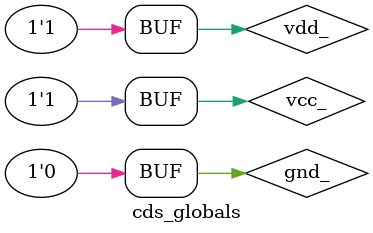
<source format=v>

`celldefine
module cds_globals;


supply1 vdd_;

supply0 gnd_;

supply1 vcc_;


endmodule
`endcelldefine

</source>
